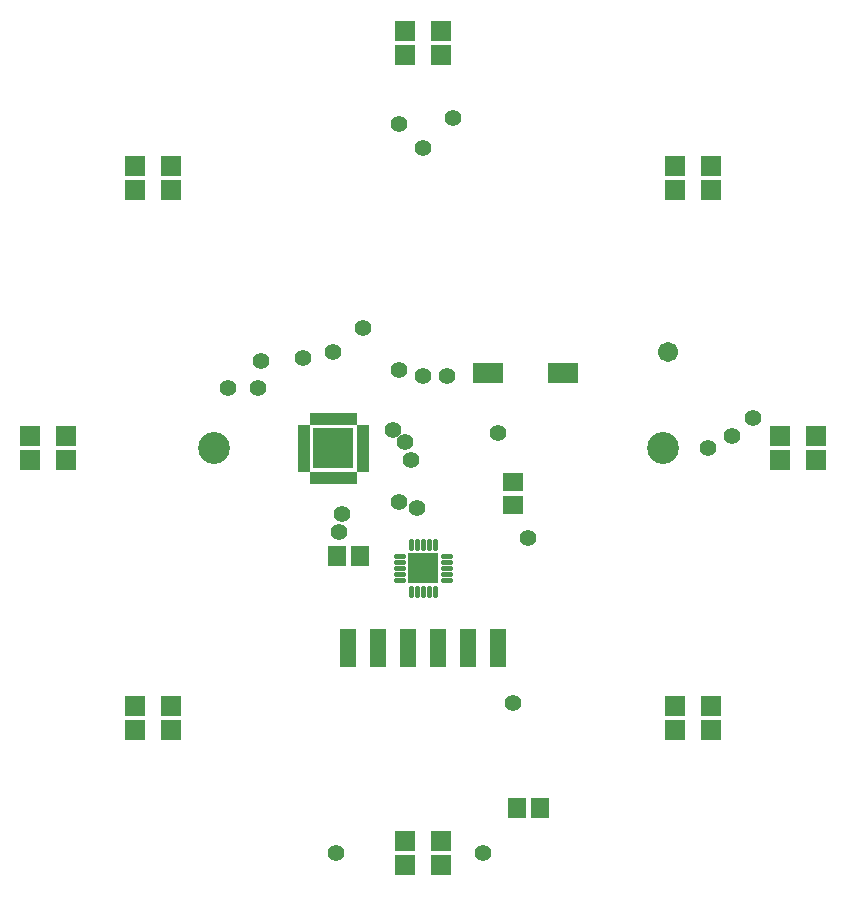
<source format=gts>
G75*
G70*
%OFA0B0*%
%FSLAX24Y24*%
%IPPOS*%
%LPD*%
%AMOC8*
5,1,8,0,0,1.08239X$1,22.5*
%
%ADD10R,0.0395X0.0192*%
%ADD11R,0.0192X0.0395*%
%ADD12R,0.1320X0.1320*%
%ADD13R,0.0592X0.0671*%
%ADD14R,0.0671X0.0592*%
%ADD15R,0.0986X0.0710*%
%ADD16C,0.1064*%
%ADD17C,0.0671*%
%ADD18R,0.0572X0.1261*%
%ADD19R,0.1000X0.1000*%
%ADD20C,0.0128*%
%ADD21R,0.0680X0.0680*%
%ADD22C,0.0560*%
D10*
X013704Y016999D03*
X013704Y017196D03*
X013704Y017393D03*
X013704Y017590D03*
X013704Y017787D03*
X013704Y017983D03*
X013704Y018180D03*
X013704Y018377D03*
X015672Y018377D03*
X015672Y018180D03*
X015672Y017983D03*
X015672Y017787D03*
X015672Y017590D03*
X015672Y017393D03*
X015672Y017196D03*
X015672Y016999D03*
D11*
X015377Y016704D03*
X015180Y016704D03*
X014983Y016704D03*
X014787Y016704D03*
X014590Y016704D03*
X014393Y016704D03*
X014196Y016704D03*
X013999Y016704D03*
X013999Y018672D03*
X014196Y018672D03*
X014393Y018672D03*
X014590Y018672D03*
X014787Y018672D03*
X014983Y018672D03*
X015180Y018672D03*
X015377Y018672D03*
D12*
X014688Y017688D03*
D13*
X014814Y014088D03*
X015562Y014088D03*
X020814Y005688D03*
X021562Y005688D03*
D14*
X020688Y015814D03*
X020688Y016562D03*
D15*
X019848Y020188D03*
X022328Y020188D03*
D16*
X025669Y017688D03*
X010708Y017688D03*
D17*
X025826Y020917D03*
D18*
X020188Y011037D03*
X019188Y011037D03*
X018188Y011037D03*
X017188Y011037D03*
X016188Y011037D03*
X015188Y011037D03*
D19*
X017688Y013688D03*
D20*
X017667Y013034D02*
X017709Y013034D01*
X017709Y012768D01*
X017667Y012768D01*
X017667Y013034D01*
X017667Y012895D02*
X017709Y012895D01*
X017709Y013022D02*
X017667Y013022D01*
X017512Y013034D02*
X017470Y013034D01*
X017512Y013034D02*
X017512Y012768D01*
X017470Y012768D01*
X017470Y013034D01*
X017470Y012895D02*
X017512Y012895D01*
X017512Y013022D02*
X017470Y013022D01*
X017315Y013034D02*
X017273Y013034D01*
X017315Y013034D02*
X017315Y012768D01*
X017273Y012768D01*
X017273Y013034D01*
X017273Y012895D02*
X017315Y012895D01*
X017315Y013022D02*
X017273Y013022D01*
X017034Y013315D02*
X016768Y013315D01*
X017034Y013315D02*
X017034Y013273D01*
X016768Y013273D01*
X016768Y013315D01*
X016768Y013512D02*
X017034Y013512D01*
X017034Y013470D01*
X016768Y013470D01*
X016768Y013512D01*
X016768Y013709D02*
X017034Y013709D01*
X017034Y013667D01*
X016768Y013667D01*
X016768Y013709D01*
X016768Y013906D02*
X017034Y013906D01*
X017034Y013864D01*
X016768Y013864D01*
X016768Y013906D01*
X016768Y014103D02*
X017034Y014103D01*
X017034Y014061D01*
X016768Y014061D01*
X016768Y014103D01*
X017273Y014609D02*
X017315Y014609D01*
X017315Y014343D01*
X017273Y014343D01*
X017273Y014609D01*
X017273Y014470D02*
X017315Y014470D01*
X017315Y014597D02*
X017273Y014597D01*
X017470Y014609D02*
X017512Y014609D01*
X017512Y014343D01*
X017470Y014343D01*
X017470Y014609D01*
X017470Y014470D02*
X017512Y014470D01*
X017512Y014597D02*
X017470Y014597D01*
X017667Y014609D02*
X017709Y014609D01*
X017709Y014343D01*
X017667Y014343D01*
X017667Y014609D01*
X017667Y014470D02*
X017709Y014470D01*
X017709Y014597D02*
X017667Y014597D01*
X017864Y014609D02*
X017906Y014609D01*
X017906Y014343D01*
X017864Y014343D01*
X017864Y014609D01*
X017864Y014470D02*
X017906Y014470D01*
X017906Y014597D02*
X017864Y014597D01*
X018061Y014609D02*
X018103Y014609D01*
X018103Y014343D01*
X018061Y014343D01*
X018061Y014609D01*
X018061Y014470D02*
X018103Y014470D01*
X018103Y014597D02*
X018061Y014597D01*
X018343Y014103D02*
X018609Y014103D01*
X018609Y014061D01*
X018343Y014061D01*
X018343Y014103D01*
X018343Y013906D02*
X018609Y013906D01*
X018609Y013864D01*
X018343Y013864D01*
X018343Y013906D01*
X018343Y013709D02*
X018609Y013709D01*
X018609Y013667D01*
X018343Y013667D01*
X018343Y013709D01*
X018343Y013512D02*
X018609Y013512D01*
X018609Y013470D01*
X018343Y013470D01*
X018343Y013512D01*
X018343Y013315D02*
X018609Y013315D01*
X018609Y013273D01*
X018343Y013273D01*
X018343Y013315D01*
X018103Y013034D02*
X018061Y013034D01*
X018103Y013034D02*
X018103Y012768D01*
X018061Y012768D01*
X018061Y013034D01*
X018061Y012895D02*
X018103Y012895D01*
X018103Y013022D02*
X018061Y013022D01*
X017906Y013034D02*
X017864Y013034D01*
X017906Y013034D02*
X017906Y012768D01*
X017864Y012768D01*
X017864Y013034D01*
X017864Y012895D02*
X017906Y012895D01*
X017906Y013022D02*
X017864Y013022D01*
D21*
X008088Y008288D03*
X008088Y009088D03*
X009288Y009088D03*
X009288Y008288D03*
X017088Y004588D03*
X017088Y003788D03*
X018288Y003788D03*
X018288Y004588D03*
X026088Y008288D03*
X026088Y009088D03*
X027288Y009088D03*
X027288Y008288D03*
X029588Y017288D03*
X029588Y018088D03*
X030788Y018088D03*
X030788Y017288D03*
X027288Y026288D03*
X027288Y027088D03*
X026088Y027088D03*
X026088Y026288D03*
X018288Y030788D03*
X018288Y031588D03*
X017088Y031588D03*
X017088Y030788D03*
X009288Y027088D03*
X009288Y026288D03*
X008088Y026288D03*
X008088Y027088D03*
X005788Y018088D03*
X005788Y017288D03*
X004588Y017288D03*
X004588Y018088D03*
D22*
X011188Y019688D03*
X012188Y019688D03*
X012288Y020588D03*
X013688Y020688D03*
X014688Y020888D03*
X015688Y021688D03*
X016888Y020288D03*
X017688Y020088D03*
X018488Y020088D03*
X016688Y018288D03*
X017088Y017888D03*
X017288Y017288D03*
X016888Y015888D03*
X017488Y015688D03*
X014988Y015488D03*
X014888Y014888D03*
X020188Y018188D03*
X021188Y014688D03*
X020688Y009188D03*
X019688Y004188D03*
X014788Y004188D03*
X027188Y017688D03*
X027988Y018088D03*
X028688Y018688D03*
X018688Y028688D03*
X017688Y027688D03*
X016888Y028488D03*
M02*

</source>
